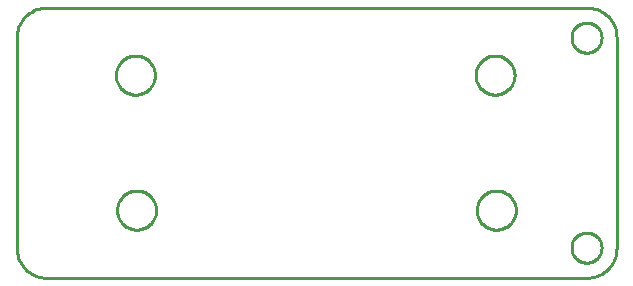
<source format=gbr>
G04 EAGLE Gerber RS-274X export*
G75*
%MOMM*%
%FSLAX34Y34*%
%LPD*%
%IN*%
%IPPOS*%
%AMOC8*
5,1,8,0,0,1.08239X$1,22.5*%
G01*
%ADD10C,0.254000*%


D10*
X0Y25400D02*
X97Y23186D01*
X386Y20989D01*
X865Y18826D01*
X1532Y16713D01*
X2380Y14666D01*
X3403Y12700D01*
X4594Y10831D01*
X5942Y9073D01*
X7440Y7440D01*
X9073Y5942D01*
X10831Y4594D01*
X12700Y3403D01*
X14666Y2380D01*
X16713Y1532D01*
X18826Y865D01*
X20989Y386D01*
X23186Y97D01*
X25400Y0D01*
X482600Y0D01*
X484814Y97D01*
X487011Y386D01*
X489174Y865D01*
X491287Y1532D01*
X493335Y2380D01*
X495300Y3403D01*
X497169Y4594D01*
X498927Y5942D01*
X500561Y7440D01*
X502058Y9073D01*
X503406Y10831D01*
X504597Y12700D01*
X505620Y14666D01*
X506468Y16713D01*
X507135Y18826D01*
X507614Y20989D01*
X507903Y23186D01*
X508000Y25400D01*
X508000Y203200D01*
X507903Y205414D01*
X507614Y207611D01*
X507135Y209774D01*
X506468Y211887D01*
X505620Y213935D01*
X504597Y215900D01*
X503406Y217769D01*
X502058Y219527D01*
X500561Y221161D01*
X498927Y222658D01*
X497169Y224006D01*
X495300Y225197D01*
X493335Y226220D01*
X491287Y227068D01*
X489174Y227735D01*
X487011Y228214D01*
X484814Y228503D01*
X482600Y228600D01*
X25400Y228600D01*
X23186Y228503D01*
X20989Y228214D01*
X18826Y227735D01*
X16713Y227068D01*
X14666Y226220D01*
X12700Y225197D01*
X10831Y224006D01*
X9073Y222658D01*
X7440Y221161D01*
X5942Y219527D01*
X4594Y217769D01*
X3403Y215900D01*
X2380Y213935D01*
X1532Y211887D01*
X865Y209774D01*
X386Y207611D01*
X97Y205414D01*
X0Y203200D01*
X0Y25400D01*
X495300Y202701D02*
X495222Y201706D01*
X495066Y200720D01*
X494833Y199750D01*
X494524Y198801D01*
X494142Y197879D01*
X493689Y196990D01*
X493168Y196139D01*
X492581Y195331D01*
X491933Y194573D01*
X491227Y193867D01*
X490469Y193219D01*
X489661Y192632D01*
X488810Y192111D01*
X487921Y191658D01*
X486999Y191276D01*
X486050Y190967D01*
X485080Y190734D01*
X484094Y190578D01*
X483099Y190500D01*
X482101Y190500D01*
X481106Y190578D01*
X480120Y190734D01*
X479150Y190967D01*
X478201Y191276D01*
X477279Y191658D01*
X476390Y192111D01*
X475539Y192632D01*
X474731Y193219D01*
X473973Y193867D01*
X473267Y194573D01*
X472619Y195331D01*
X472032Y196139D01*
X471511Y196990D01*
X471058Y197879D01*
X470676Y198801D01*
X470367Y199750D01*
X470134Y200720D01*
X469978Y201706D01*
X469900Y202701D01*
X469900Y203699D01*
X469978Y204694D01*
X470134Y205680D01*
X470367Y206650D01*
X470676Y207599D01*
X471058Y208521D01*
X471511Y209410D01*
X472032Y210261D01*
X472619Y211069D01*
X473267Y211827D01*
X473973Y212533D01*
X474731Y213181D01*
X475539Y213768D01*
X476390Y214289D01*
X477279Y214742D01*
X478201Y215124D01*
X479150Y215433D01*
X480120Y215666D01*
X481106Y215822D01*
X482101Y215900D01*
X483099Y215900D01*
X484094Y215822D01*
X485080Y215666D01*
X486050Y215433D01*
X486999Y215124D01*
X487921Y214742D01*
X488810Y214289D01*
X489661Y213768D01*
X490469Y213181D01*
X491227Y212533D01*
X491933Y211827D01*
X492581Y211069D01*
X493168Y210261D01*
X493689Y209410D01*
X494142Y208521D01*
X494524Y207599D01*
X494833Y206650D01*
X495066Y205680D01*
X495222Y204694D01*
X495300Y203699D01*
X495300Y202701D01*
X495300Y24901D02*
X495222Y23906D01*
X495066Y22920D01*
X494833Y21950D01*
X494524Y21001D01*
X494142Y20079D01*
X493689Y19190D01*
X493168Y18339D01*
X492581Y17531D01*
X491933Y16773D01*
X491227Y16067D01*
X490469Y15419D01*
X489661Y14832D01*
X488810Y14311D01*
X487921Y13858D01*
X486999Y13476D01*
X486050Y13167D01*
X485080Y12934D01*
X484094Y12778D01*
X483099Y12700D01*
X482101Y12700D01*
X481106Y12778D01*
X480120Y12934D01*
X479150Y13167D01*
X478201Y13476D01*
X477279Y13858D01*
X476390Y14311D01*
X475539Y14832D01*
X474731Y15419D01*
X473973Y16067D01*
X473267Y16773D01*
X472619Y17531D01*
X472032Y18339D01*
X471511Y19190D01*
X471058Y20079D01*
X470676Y21001D01*
X470367Y21950D01*
X470134Y22920D01*
X469978Y23906D01*
X469900Y24901D01*
X469900Y25899D01*
X469978Y26894D01*
X470134Y27880D01*
X470367Y28850D01*
X470676Y29799D01*
X471058Y30721D01*
X471511Y31610D01*
X472032Y32461D01*
X472619Y33269D01*
X473267Y34027D01*
X473973Y34733D01*
X474731Y35381D01*
X475539Y35968D01*
X476390Y36489D01*
X477279Y36942D01*
X478201Y37324D01*
X479150Y37633D01*
X480120Y37866D01*
X481106Y38022D01*
X482101Y38100D01*
X483099Y38100D01*
X484094Y38022D01*
X485080Y37866D01*
X486050Y37633D01*
X486999Y37324D01*
X487921Y36942D01*
X488810Y36489D01*
X489661Y35968D01*
X490469Y35381D01*
X491227Y34733D01*
X491933Y34027D01*
X492581Y33269D01*
X493168Y32461D01*
X493689Y31610D01*
X494142Y30721D01*
X494524Y29799D01*
X494833Y28850D01*
X495066Y27880D01*
X495222Y26894D01*
X495300Y25899D01*
X495300Y24901D01*
X102140Y73660D02*
X103219Y73589D01*
X104291Y73448D01*
X105351Y73237D01*
X106395Y72958D01*
X107419Y72610D01*
X108417Y72196D01*
X109387Y71718D01*
X110323Y71178D01*
X111222Y70577D01*
X112079Y69919D01*
X112892Y69207D01*
X113657Y68442D01*
X114369Y67629D01*
X115027Y66772D01*
X115628Y65873D01*
X116168Y64937D01*
X116646Y63967D01*
X117060Y62969D01*
X117408Y61945D01*
X117687Y60901D01*
X117898Y59841D01*
X118039Y58769D01*
X118110Y57690D01*
X118110Y56610D01*
X118039Y55531D01*
X117898Y54459D01*
X117687Y53399D01*
X117408Y52355D01*
X117060Y51331D01*
X116646Y50333D01*
X116168Y49363D01*
X115628Y48427D01*
X115027Y47528D01*
X114369Y46671D01*
X113657Y45858D01*
X112892Y45094D01*
X112079Y44381D01*
X111222Y43723D01*
X110323Y43122D01*
X109387Y42582D01*
X108417Y42104D01*
X107419Y41690D01*
X106395Y41342D01*
X105351Y41063D01*
X104291Y40852D01*
X103219Y40711D01*
X102140Y40640D01*
X101060Y40640D01*
X99981Y40711D01*
X98909Y40852D01*
X97849Y41063D01*
X96805Y41342D01*
X95781Y41690D01*
X94783Y42104D01*
X93813Y42582D01*
X92877Y43122D01*
X91978Y43723D01*
X91121Y44381D01*
X90308Y45094D01*
X89544Y45858D01*
X88831Y46671D01*
X88173Y47528D01*
X87572Y48427D01*
X87032Y49363D01*
X86554Y50333D01*
X86140Y51331D01*
X85792Y52355D01*
X85513Y53399D01*
X85302Y54459D01*
X85161Y55531D01*
X85090Y56610D01*
X85090Y57690D01*
X85161Y58769D01*
X85302Y59841D01*
X85513Y60901D01*
X85792Y61945D01*
X86140Y62969D01*
X86554Y63967D01*
X87032Y64937D01*
X87572Y65873D01*
X88173Y66772D01*
X88831Y67629D01*
X89544Y68442D01*
X90308Y69207D01*
X91121Y69919D01*
X91978Y70577D01*
X92877Y71178D01*
X93813Y71718D01*
X94783Y72196D01*
X95781Y72610D01*
X96805Y72958D01*
X97849Y73237D01*
X98909Y73448D01*
X99981Y73589D01*
X101060Y73660D01*
X102140Y73660D01*
X101140Y187960D02*
X102219Y187889D01*
X103291Y187748D01*
X104351Y187537D01*
X105395Y187258D01*
X106419Y186910D01*
X107417Y186496D01*
X108387Y186018D01*
X109323Y185478D01*
X110222Y184877D01*
X111079Y184219D01*
X111892Y183507D01*
X112657Y182742D01*
X113369Y181929D01*
X114027Y181072D01*
X114628Y180173D01*
X115168Y179237D01*
X115646Y178267D01*
X116060Y177269D01*
X116408Y176245D01*
X116687Y175201D01*
X116898Y174141D01*
X117039Y173069D01*
X117110Y171990D01*
X117110Y170910D01*
X117039Y169831D01*
X116898Y168759D01*
X116687Y167699D01*
X116408Y166655D01*
X116060Y165631D01*
X115646Y164633D01*
X115168Y163663D01*
X114628Y162727D01*
X114027Y161828D01*
X113369Y160971D01*
X112657Y160158D01*
X111892Y159394D01*
X111079Y158681D01*
X110222Y158023D01*
X109323Y157422D01*
X108387Y156882D01*
X107417Y156404D01*
X106419Y155990D01*
X105395Y155642D01*
X104351Y155363D01*
X103291Y155152D01*
X102219Y155011D01*
X101140Y154940D01*
X100060Y154940D01*
X98981Y155011D01*
X97909Y155152D01*
X96849Y155363D01*
X95805Y155642D01*
X94781Y155990D01*
X93783Y156404D01*
X92813Y156882D01*
X91877Y157422D01*
X90978Y158023D01*
X90121Y158681D01*
X89308Y159394D01*
X88544Y160158D01*
X87831Y160971D01*
X87173Y161828D01*
X86572Y162727D01*
X86032Y163663D01*
X85554Y164633D01*
X85140Y165631D01*
X84792Y166655D01*
X84513Y167699D01*
X84302Y168759D01*
X84161Y169831D01*
X84090Y170910D01*
X84090Y171990D01*
X84161Y173069D01*
X84302Y174141D01*
X84513Y175201D01*
X84792Y176245D01*
X85140Y177269D01*
X85554Y178267D01*
X86032Y179237D01*
X86572Y180173D01*
X87173Y181072D01*
X87831Y181929D01*
X88544Y182742D01*
X89308Y183507D01*
X90121Y184219D01*
X90978Y184877D01*
X91877Y185478D01*
X92813Y186018D01*
X93783Y186496D01*
X94781Y186910D01*
X95805Y187258D01*
X96849Y187537D01*
X97909Y187748D01*
X98981Y187889D01*
X100060Y187960D01*
X101140Y187960D01*
X404590Y154940D02*
X403511Y155011D01*
X402439Y155152D01*
X401379Y155363D01*
X400335Y155642D01*
X399311Y155990D01*
X398313Y156404D01*
X397343Y156882D01*
X396407Y157422D01*
X395508Y158023D01*
X394651Y158681D01*
X393838Y159394D01*
X393074Y160158D01*
X392361Y160971D01*
X391703Y161828D01*
X391102Y162727D01*
X390562Y163663D01*
X390084Y164633D01*
X389670Y165631D01*
X389322Y166655D01*
X389043Y167699D01*
X388832Y168759D01*
X388691Y169831D01*
X388620Y170910D01*
X388620Y171990D01*
X388691Y173069D01*
X388832Y174141D01*
X389043Y175201D01*
X389322Y176245D01*
X389670Y177269D01*
X390084Y178267D01*
X390562Y179237D01*
X391102Y180173D01*
X391703Y181072D01*
X392361Y181929D01*
X393074Y182742D01*
X393838Y183507D01*
X394651Y184219D01*
X395508Y184877D01*
X396407Y185478D01*
X397343Y186018D01*
X398313Y186496D01*
X399311Y186910D01*
X400335Y187258D01*
X401379Y187537D01*
X402439Y187748D01*
X403511Y187889D01*
X404590Y187960D01*
X405670Y187960D01*
X406749Y187889D01*
X407821Y187748D01*
X408881Y187537D01*
X409925Y187258D01*
X410949Y186910D01*
X411947Y186496D01*
X412917Y186018D01*
X413853Y185478D01*
X414752Y184877D01*
X415609Y184219D01*
X416422Y183507D01*
X417187Y182742D01*
X417899Y181929D01*
X418557Y181072D01*
X419158Y180173D01*
X419698Y179237D01*
X420176Y178267D01*
X420590Y177269D01*
X420938Y176245D01*
X421217Y175201D01*
X421428Y174141D01*
X421569Y173069D01*
X421640Y171990D01*
X421640Y170910D01*
X421569Y169831D01*
X421428Y168759D01*
X421217Y167699D01*
X420938Y166655D01*
X420590Y165631D01*
X420176Y164633D01*
X419698Y163663D01*
X419158Y162727D01*
X418557Y161828D01*
X417899Y160971D01*
X417187Y160158D01*
X416422Y159394D01*
X415609Y158681D01*
X414752Y158023D01*
X413853Y157422D01*
X412917Y156882D01*
X411947Y156404D01*
X410949Y155990D01*
X409925Y155642D01*
X408881Y155363D01*
X407821Y155152D01*
X406749Y155011D01*
X405670Y154940D01*
X404590Y154940D01*
X405590Y40640D02*
X404511Y40711D01*
X403439Y40852D01*
X402379Y41063D01*
X401335Y41342D01*
X400311Y41690D01*
X399313Y42104D01*
X398343Y42582D01*
X397407Y43122D01*
X396508Y43723D01*
X395651Y44381D01*
X394838Y45094D01*
X394074Y45858D01*
X393361Y46671D01*
X392703Y47528D01*
X392102Y48427D01*
X391562Y49363D01*
X391084Y50333D01*
X390670Y51331D01*
X390322Y52355D01*
X390043Y53399D01*
X389832Y54459D01*
X389691Y55531D01*
X389620Y56610D01*
X389620Y57690D01*
X389691Y58769D01*
X389832Y59841D01*
X390043Y60901D01*
X390322Y61945D01*
X390670Y62969D01*
X391084Y63967D01*
X391562Y64937D01*
X392102Y65873D01*
X392703Y66772D01*
X393361Y67629D01*
X394074Y68442D01*
X394838Y69207D01*
X395651Y69919D01*
X396508Y70577D01*
X397407Y71178D01*
X398343Y71718D01*
X399313Y72196D01*
X400311Y72610D01*
X401335Y72958D01*
X402379Y73237D01*
X403439Y73448D01*
X404511Y73589D01*
X405590Y73660D01*
X406670Y73660D01*
X407749Y73589D01*
X408821Y73448D01*
X409881Y73237D01*
X410925Y72958D01*
X411949Y72610D01*
X412947Y72196D01*
X413917Y71718D01*
X414853Y71178D01*
X415752Y70577D01*
X416609Y69919D01*
X417422Y69207D01*
X418187Y68442D01*
X418899Y67629D01*
X419557Y66772D01*
X420158Y65873D01*
X420698Y64937D01*
X421176Y63967D01*
X421590Y62969D01*
X421938Y61945D01*
X422217Y60901D01*
X422428Y59841D01*
X422569Y58769D01*
X422640Y57690D01*
X422640Y56610D01*
X422569Y55531D01*
X422428Y54459D01*
X422217Y53399D01*
X421938Y52355D01*
X421590Y51331D01*
X421176Y50333D01*
X420698Y49363D01*
X420158Y48427D01*
X419557Y47528D01*
X418899Y46671D01*
X418187Y45858D01*
X417422Y45094D01*
X416609Y44381D01*
X415752Y43723D01*
X414853Y43122D01*
X413917Y42582D01*
X412947Y42104D01*
X411949Y41690D01*
X410925Y41342D01*
X409881Y41063D01*
X408821Y40852D01*
X407749Y40711D01*
X406670Y40640D01*
X405590Y40640D01*
M02*

</source>
